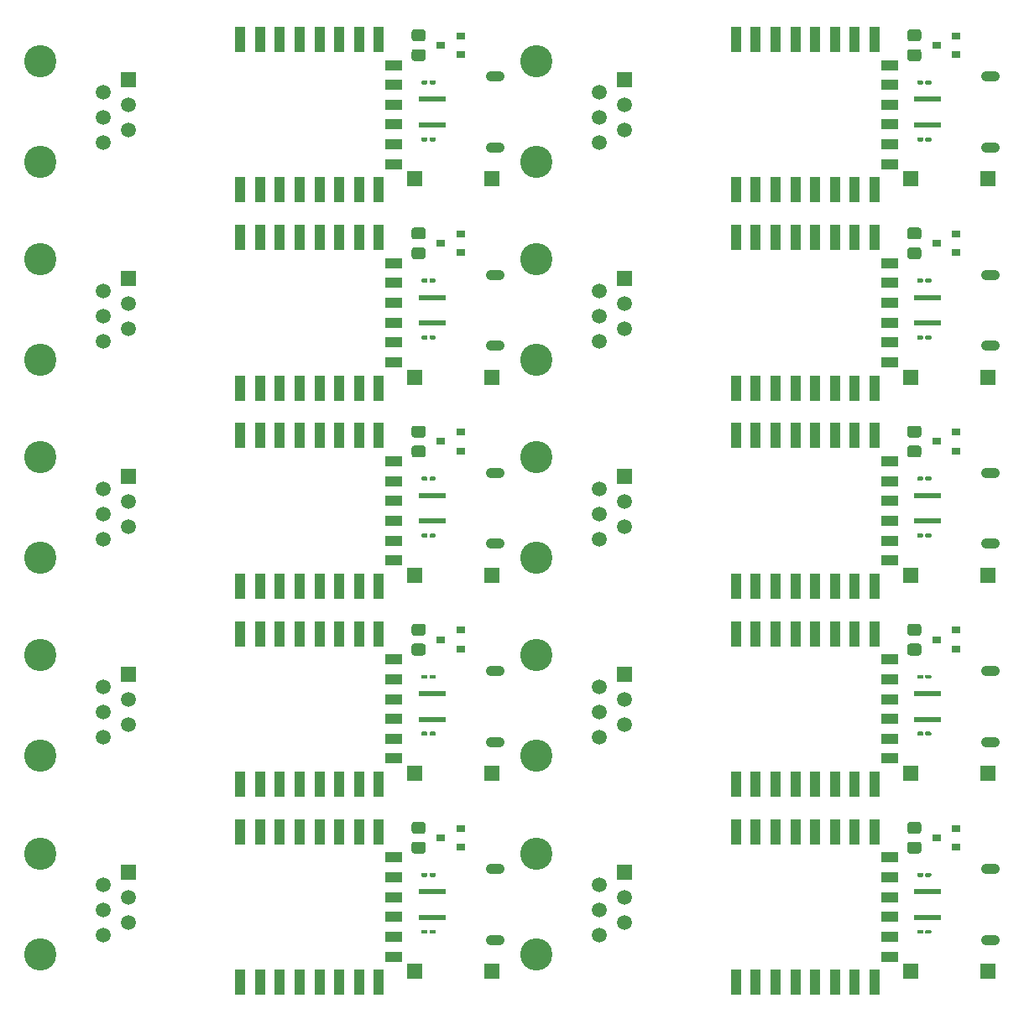
<source format=gbr>
%TF.GenerationSoftware,KiCad,Pcbnew,(5.1.9)-1*%
%TF.CreationDate,2021-09-18T19:38:26+02:00*%
%TF.ProjectId,IM350_AM550_5V_V4.0_multi,494d3335-305f-4414-9d35-35305f35565f,rev?*%
%TF.SameCoordinates,Original*%
%TF.FileFunction,Soldermask,Top*%
%TF.FilePolarity,Negative*%
%FSLAX46Y46*%
G04 Gerber Fmt 4.6, Leading zero omitted, Abs format (unit mm)*
G04 Created by KiCad (PCBNEW (5.1.9)-1) date 2021-09-18 19:38:26*
%MOMM*%
%LPD*%
G01*
G04 APERTURE LIST*
%ADD10R,0.900000X0.800000*%
%ADD11R,1.500000X1.500000*%
%ADD12R,1.000000X2.500000*%
%ADD13R,1.800000X1.000000*%
%ADD14R,1.520000X1.520000*%
%ADD15C,3.250000*%
%ADD16C,1.520000*%
%ADD17O,1.900000X1.050000*%
%ADD18R,2.800000X0.600000*%
G04 APERTURE END LIST*
D10*
%TO.C,Q1*%
X163000000Y-123250000D03*
X165000000Y-122300000D03*
X165000000Y-124200000D03*
%TD*%
%TO.C,R4*%
G36*
G01*
X111200001Y-124850000D02*
X110299999Y-124850000D01*
G75*
G02*
X110050000Y-124600001I0J249999D01*
G01*
X110050000Y-123899999D01*
G75*
G02*
X110299999Y-123650000I249999J0D01*
G01*
X111200001Y-123650000D01*
G75*
G02*
X111450000Y-123899999I0J-249999D01*
G01*
X111450000Y-124600001D01*
G75*
G02*
X111200001Y-124850000I-249999J0D01*
G01*
G37*
G36*
G01*
X111200001Y-122850000D02*
X110299999Y-122850000D01*
G75*
G02*
X110050000Y-122600001I0J249999D01*
G01*
X110050000Y-121899999D01*
G75*
G02*
X110299999Y-121650000I249999J0D01*
G01*
X111200001Y-121650000D01*
G75*
G02*
X111450000Y-121899999I0J-249999D01*
G01*
X111450000Y-122600001D01*
G75*
G02*
X111200001Y-122850000I-249999J0D01*
G01*
G37*
%TD*%
D11*
%TO.C,SW1*%
X118150000Y-136750000D03*
X110350000Y-136750000D03*
%TD*%
D12*
%TO.C,U2*%
X142750000Y-122650000D03*
X144750000Y-122650000D03*
X146750000Y-122650000D03*
X148750000Y-122650000D03*
X150750000Y-122650000D03*
X152750000Y-122650000D03*
X154750000Y-122650000D03*
X156750000Y-122650000D03*
D13*
X158250000Y-125250000D03*
X158250000Y-127250000D03*
X158250000Y-129250000D03*
X158250000Y-131250000D03*
X158250000Y-133250000D03*
X158250000Y-135250000D03*
D12*
X156750000Y-137850000D03*
X154750000Y-137850000D03*
X152750000Y-137850000D03*
X150750000Y-137850000D03*
X148750000Y-137850000D03*
X146750000Y-137850000D03*
X144750000Y-137850000D03*
X142750000Y-137850000D03*
%TD*%
D14*
%TO.C,J2*%
X81500000Y-126750000D03*
D15*
X72610000Y-124840000D03*
D16*
X78960000Y-128020000D03*
X81500000Y-129290000D03*
X78960000Y-130560000D03*
X81500000Y-131830000D03*
X78960000Y-133100000D03*
D15*
X72610000Y-135000000D03*
%TD*%
D11*
%TO.C,SW1*%
X160350000Y-136750000D03*
X168150000Y-136750000D03*
%TD*%
%TO.C,P4*%
G36*
G01*
X161025000Y-132850000D02*
X161025000Y-132650000D01*
G75*
G02*
X161125000Y-132550000I100000J0D01*
G01*
X161560000Y-132550000D01*
G75*
G02*
X161660000Y-132650000I0J-100000D01*
G01*
X161660000Y-132850000D01*
G75*
G02*
X161560000Y-132950000I-100000J0D01*
G01*
X161125000Y-132950000D01*
G75*
G02*
X161025000Y-132850000I0J100000D01*
G01*
G37*
G36*
G01*
X161840000Y-132850000D02*
X161840000Y-132650000D01*
G75*
G02*
X161940000Y-132550000I100000J0D01*
G01*
X162375000Y-132550000D01*
G75*
G02*
X162475000Y-132650000I0J-100000D01*
G01*
X162475000Y-132850000D01*
G75*
G02*
X162375000Y-132950000I-100000J0D01*
G01*
X161940000Y-132950000D01*
G75*
G02*
X161840000Y-132850000I0J100000D01*
G01*
G37*
%TD*%
%TO.C,R4*%
G36*
G01*
X161200001Y-122850000D02*
X160299999Y-122850000D01*
G75*
G02*
X160050000Y-122600001I0J249999D01*
G01*
X160050000Y-121899999D01*
G75*
G02*
X160299999Y-121650000I249999J0D01*
G01*
X161200001Y-121650000D01*
G75*
G02*
X161450000Y-121899999I0J-249999D01*
G01*
X161450000Y-122600001D01*
G75*
G02*
X161200001Y-122850000I-249999J0D01*
G01*
G37*
G36*
G01*
X161200001Y-124850000D02*
X160299999Y-124850000D01*
G75*
G02*
X160050000Y-124600001I0J249999D01*
G01*
X160050000Y-123899999D01*
G75*
G02*
X160299999Y-123650000I249999J0D01*
G01*
X161200001Y-123650000D01*
G75*
G02*
X161450000Y-123899999I0J-249999D01*
G01*
X161450000Y-124600001D01*
G75*
G02*
X161200001Y-124850000I-249999J0D01*
G01*
G37*
%TD*%
D15*
%TO.C,J2*%
X122610000Y-135000000D03*
D16*
X128960000Y-133100000D03*
X131500000Y-131830000D03*
X128960000Y-130560000D03*
X131500000Y-129290000D03*
X128960000Y-128020000D03*
D15*
X122610000Y-124840000D03*
D14*
X131500000Y-126750000D03*
%TD*%
D10*
%TO.C,Q1*%
X115000000Y-124200000D03*
X115000000Y-122300000D03*
X113000000Y-123250000D03*
%TD*%
D12*
%TO.C,U2*%
X92750000Y-137850000D03*
X94750000Y-137850000D03*
X96750000Y-137850000D03*
X98750000Y-137850000D03*
X100750000Y-137850000D03*
X102750000Y-137850000D03*
X104750000Y-137850000D03*
X106750000Y-137850000D03*
D13*
X108250000Y-135250000D03*
X108250000Y-133250000D03*
X108250000Y-131250000D03*
X108250000Y-129250000D03*
X108250000Y-127250000D03*
X108250000Y-125250000D03*
D12*
X106750000Y-122650000D03*
X104750000Y-122650000D03*
X102750000Y-122650000D03*
X100750000Y-122650000D03*
X98750000Y-122650000D03*
X96750000Y-122650000D03*
X94750000Y-122650000D03*
X92750000Y-122650000D03*
%TD*%
D17*
%TO.C,J1*%
X118450000Y-126425000D03*
X118450000Y-133575000D03*
D18*
X112100000Y-128700000D03*
X112100000Y-131300000D03*
%TD*%
%TO.C,P4*%
G36*
G01*
X111840000Y-132850000D02*
X111840000Y-132650000D01*
G75*
G02*
X111940000Y-132550000I100000J0D01*
G01*
X112375000Y-132550000D01*
G75*
G02*
X112475000Y-132650000I0J-100000D01*
G01*
X112475000Y-132850000D01*
G75*
G02*
X112375000Y-132950000I-100000J0D01*
G01*
X111940000Y-132950000D01*
G75*
G02*
X111840000Y-132850000I0J100000D01*
G01*
G37*
G36*
G01*
X111025000Y-132850000D02*
X111025000Y-132650000D01*
G75*
G02*
X111125000Y-132550000I100000J0D01*
G01*
X111560000Y-132550000D01*
G75*
G02*
X111660000Y-132650000I0J-100000D01*
G01*
X111660000Y-132850000D01*
G75*
G02*
X111560000Y-132950000I-100000J0D01*
G01*
X111125000Y-132950000D01*
G75*
G02*
X111025000Y-132850000I0J100000D01*
G01*
G37*
%TD*%
%TO.C,J1*%
X162100000Y-131300000D03*
X162100000Y-128700000D03*
D17*
X168450000Y-133575000D03*
X168450000Y-126425000D03*
%TD*%
%TO.C,P3*%
G36*
G01*
X161840000Y-127100000D02*
X161840000Y-126900000D01*
G75*
G02*
X161940000Y-126800000I100000J0D01*
G01*
X162375000Y-126800000D01*
G75*
G02*
X162475000Y-126900000I0J-100000D01*
G01*
X162475000Y-127100000D01*
G75*
G02*
X162375000Y-127200000I-100000J0D01*
G01*
X161940000Y-127200000D01*
G75*
G02*
X161840000Y-127100000I0J100000D01*
G01*
G37*
G36*
G01*
X161025000Y-127100000D02*
X161025000Y-126900000D01*
G75*
G02*
X161125000Y-126800000I100000J0D01*
G01*
X161560000Y-126800000D01*
G75*
G02*
X161660000Y-126900000I0J-100000D01*
G01*
X161660000Y-127100000D01*
G75*
G02*
X161560000Y-127200000I-100000J0D01*
G01*
X161125000Y-127200000D01*
G75*
G02*
X161025000Y-127100000I0J100000D01*
G01*
G37*
%TD*%
%TO.C,P3*%
G36*
G01*
X111025000Y-127100000D02*
X111025000Y-126900000D01*
G75*
G02*
X111125000Y-126800000I100000J0D01*
G01*
X111560000Y-126800000D01*
G75*
G02*
X111660000Y-126900000I0J-100000D01*
G01*
X111660000Y-127100000D01*
G75*
G02*
X111560000Y-127200000I-100000J0D01*
G01*
X111125000Y-127200000D01*
G75*
G02*
X111025000Y-127100000I0J100000D01*
G01*
G37*
G36*
G01*
X111840000Y-127100000D02*
X111840000Y-126900000D01*
G75*
G02*
X111940000Y-126800000I100000J0D01*
G01*
X112375000Y-126800000D01*
G75*
G02*
X112475000Y-126900000I0J-100000D01*
G01*
X112475000Y-127100000D01*
G75*
G02*
X112375000Y-127200000I-100000J0D01*
G01*
X111940000Y-127200000D01*
G75*
G02*
X111840000Y-127100000I0J100000D01*
G01*
G37*
%TD*%
%TO.C,P3*%
G36*
G01*
X111840000Y-107100000D02*
X111840000Y-106900000D01*
G75*
G02*
X111940000Y-106800000I100000J0D01*
G01*
X112375000Y-106800000D01*
G75*
G02*
X112475000Y-106900000I0J-100000D01*
G01*
X112475000Y-107100000D01*
G75*
G02*
X112375000Y-107200000I-100000J0D01*
G01*
X111940000Y-107200000D01*
G75*
G02*
X111840000Y-107100000I0J100000D01*
G01*
G37*
G36*
G01*
X111025000Y-107100000D02*
X111025000Y-106900000D01*
G75*
G02*
X111125000Y-106800000I100000J0D01*
G01*
X111560000Y-106800000D01*
G75*
G02*
X111660000Y-106900000I0J-100000D01*
G01*
X111660000Y-107100000D01*
G75*
G02*
X111560000Y-107200000I-100000J0D01*
G01*
X111125000Y-107200000D01*
G75*
G02*
X111025000Y-107100000I0J100000D01*
G01*
G37*
%TD*%
D12*
%TO.C,U2*%
X92750000Y-102650000D03*
X94750000Y-102650000D03*
X96750000Y-102650000D03*
X98750000Y-102650000D03*
X100750000Y-102650000D03*
X102750000Y-102650000D03*
X104750000Y-102650000D03*
X106750000Y-102650000D03*
D13*
X108250000Y-105250000D03*
X108250000Y-107250000D03*
X108250000Y-109250000D03*
X108250000Y-111250000D03*
X108250000Y-113250000D03*
X108250000Y-115250000D03*
D12*
X106750000Y-117850000D03*
X104750000Y-117850000D03*
X102750000Y-117850000D03*
X100750000Y-117850000D03*
X98750000Y-117850000D03*
X96750000Y-117850000D03*
X94750000Y-117850000D03*
X92750000Y-117850000D03*
%TD*%
D14*
%TO.C,J2*%
X131500000Y-106750000D03*
D15*
X122610000Y-104840000D03*
D16*
X128960000Y-108020000D03*
X131500000Y-109290000D03*
X128960000Y-110560000D03*
X131500000Y-111830000D03*
X128960000Y-113100000D03*
D15*
X122610000Y-115000000D03*
%TD*%
%TO.C,P3*%
G36*
G01*
X161025000Y-107100000D02*
X161025000Y-106900000D01*
G75*
G02*
X161125000Y-106800000I100000J0D01*
G01*
X161560000Y-106800000D01*
G75*
G02*
X161660000Y-106900000I0J-100000D01*
G01*
X161660000Y-107100000D01*
G75*
G02*
X161560000Y-107200000I-100000J0D01*
G01*
X161125000Y-107200000D01*
G75*
G02*
X161025000Y-107100000I0J100000D01*
G01*
G37*
G36*
G01*
X161840000Y-107100000D02*
X161840000Y-106900000D01*
G75*
G02*
X161940000Y-106800000I100000J0D01*
G01*
X162375000Y-106800000D01*
G75*
G02*
X162475000Y-106900000I0J-100000D01*
G01*
X162475000Y-107100000D01*
G75*
G02*
X162375000Y-107200000I-100000J0D01*
G01*
X161940000Y-107200000D01*
G75*
G02*
X161840000Y-107100000I0J100000D01*
G01*
G37*
%TD*%
%TO.C,P4*%
G36*
G01*
X111025000Y-112850000D02*
X111025000Y-112650000D01*
G75*
G02*
X111125000Y-112550000I100000J0D01*
G01*
X111560000Y-112550000D01*
G75*
G02*
X111660000Y-112650000I0J-100000D01*
G01*
X111660000Y-112850000D01*
G75*
G02*
X111560000Y-112950000I-100000J0D01*
G01*
X111125000Y-112950000D01*
G75*
G02*
X111025000Y-112850000I0J100000D01*
G01*
G37*
G36*
G01*
X111840000Y-112850000D02*
X111840000Y-112650000D01*
G75*
G02*
X111940000Y-112550000I100000J0D01*
G01*
X112375000Y-112550000D01*
G75*
G02*
X112475000Y-112650000I0J-100000D01*
G01*
X112475000Y-112850000D01*
G75*
G02*
X112375000Y-112950000I-100000J0D01*
G01*
X111940000Y-112950000D01*
G75*
G02*
X111840000Y-112850000I0J100000D01*
G01*
G37*
%TD*%
D17*
%TO.C,J1*%
X168450000Y-106425000D03*
X168450000Y-113575000D03*
D18*
X162100000Y-108700000D03*
X162100000Y-111300000D03*
%TD*%
D10*
%TO.C,Q1*%
X113000000Y-103250000D03*
X115000000Y-102300000D03*
X115000000Y-104200000D03*
%TD*%
D18*
%TO.C,J1*%
X112100000Y-111300000D03*
X112100000Y-108700000D03*
D17*
X118450000Y-113575000D03*
X118450000Y-106425000D03*
%TD*%
D15*
%TO.C,J2*%
X72610000Y-115000000D03*
D16*
X78960000Y-113100000D03*
X81500000Y-111830000D03*
X78960000Y-110560000D03*
X81500000Y-109290000D03*
X78960000Y-108020000D03*
D15*
X72610000Y-104840000D03*
D14*
X81500000Y-106750000D03*
%TD*%
D11*
%TO.C,SW1*%
X110350000Y-116750000D03*
X118150000Y-116750000D03*
%TD*%
%TO.C,R4*%
G36*
G01*
X111200001Y-102850000D02*
X110299999Y-102850000D01*
G75*
G02*
X110050000Y-102600001I0J249999D01*
G01*
X110050000Y-101899999D01*
G75*
G02*
X110299999Y-101650000I249999J0D01*
G01*
X111200001Y-101650000D01*
G75*
G02*
X111450000Y-101899999I0J-249999D01*
G01*
X111450000Y-102600001D01*
G75*
G02*
X111200001Y-102850000I-249999J0D01*
G01*
G37*
G36*
G01*
X111200001Y-104850000D02*
X110299999Y-104850000D01*
G75*
G02*
X110050000Y-104600001I0J249999D01*
G01*
X110050000Y-103899999D01*
G75*
G02*
X110299999Y-103650000I249999J0D01*
G01*
X111200001Y-103650000D01*
G75*
G02*
X111450000Y-103899999I0J-249999D01*
G01*
X111450000Y-104600001D01*
G75*
G02*
X111200001Y-104850000I-249999J0D01*
G01*
G37*
%TD*%
D12*
%TO.C,U2*%
X142750000Y-117850000D03*
X144750000Y-117850000D03*
X146750000Y-117850000D03*
X148750000Y-117850000D03*
X150750000Y-117850000D03*
X152750000Y-117850000D03*
X154750000Y-117850000D03*
X156750000Y-117850000D03*
D13*
X158250000Y-115250000D03*
X158250000Y-113250000D03*
X158250000Y-111250000D03*
X158250000Y-109250000D03*
X158250000Y-107250000D03*
X158250000Y-105250000D03*
D12*
X156750000Y-102650000D03*
X154750000Y-102650000D03*
X152750000Y-102650000D03*
X150750000Y-102650000D03*
X148750000Y-102650000D03*
X146750000Y-102650000D03*
X144750000Y-102650000D03*
X142750000Y-102650000D03*
%TD*%
%TO.C,P4*%
G36*
G01*
X161840000Y-112850000D02*
X161840000Y-112650000D01*
G75*
G02*
X161940000Y-112550000I100000J0D01*
G01*
X162375000Y-112550000D01*
G75*
G02*
X162475000Y-112650000I0J-100000D01*
G01*
X162475000Y-112850000D01*
G75*
G02*
X162375000Y-112950000I-100000J0D01*
G01*
X161940000Y-112950000D01*
G75*
G02*
X161840000Y-112850000I0J100000D01*
G01*
G37*
G36*
G01*
X161025000Y-112850000D02*
X161025000Y-112650000D01*
G75*
G02*
X161125000Y-112550000I100000J0D01*
G01*
X161560000Y-112550000D01*
G75*
G02*
X161660000Y-112650000I0J-100000D01*
G01*
X161660000Y-112850000D01*
G75*
G02*
X161560000Y-112950000I-100000J0D01*
G01*
X161125000Y-112950000D01*
G75*
G02*
X161025000Y-112850000I0J100000D01*
G01*
G37*
%TD*%
D11*
%TO.C,SW1*%
X168150000Y-116750000D03*
X160350000Y-116750000D03*
%TD*%
D10*
%TO.C,Q1*%
X165000000Y-104200000D03*
X165000000Y-102300000D03*
X163000000Y-103250000D03*
%TD*%
%TO.C,R4*%
G36*
G01*
X161200001Y-104850000D02*
X160299999Y-104850000D01*
G75*
G02*
X160050000Y-104600001I0J249999D01*
G01*
X160050000Y-103899999D01*
G75*
G02*
X160299999Y-103650000I249999J0D01*
G01*
X161200001Y-103650000D01*
G75*
G02*
X161450000Y-103899999I0J-249999D01*
G01*
X161450000Y-104600001D01*
G75*
G02*
X161200001Y-104850000I-249999J0D01*
G01*
G37*
G36*
G01*
X161200001Y-102850000D02*
X160299999Y-102850000D01*
G75*
G02*
X160050000Y-102600001I0J249999D01*
G01*
X160050000Y-101899999D01*
G75*
G02*
X160299999Y-101650000I249999J0D01*
G01*
X161200001Y-101650000D01*
G75*
G02*
X161450000Y-101899999I0J-249999D01*
G01*
X161450000Y-102600001D01*
G75*
G02*
X161200001Y-102850000I-249999J0D01*
G01*
G37*
%TD*%
D12*
%TO.C,U2*%
X92750000Y-97850000D03*
X94750000Y-97850000D03*
X96750000Y-97850000D03*
X98750000Y-97850000D03*
X100750000Y-97850000D03*
X102750000Y-97850000D03*
X104750000Y-97850000D03*
X106750000Y-97850000D03*
D13*
X108250000Y-95250000D03*
X108250000Y-93250000D03*
X108250000Y-91250000D03*
X108250000Y-89250000D03*
X108250000Y-87250000D03*
X108250000Y-85250000D03*
D12*
X106750000Y-82650000D03*
X104750000Y-82650000D03*
X102750000Y-82650000D03*
X100750000Y-82650000D03*
X98750000Y-82650000D03*
X96750000Y-82650000D03*
X94750000Y-82650000D03*
X92750000Y-82650000D03*
%TD*%
%TO.C,P3*%
G36*
G01*
X111025000Y-87100000D02*
X111025000Y-86900000D01*
G75*
G02*
X111125000Y-86800000I100000J0D01*
G01*
X111560000Y-86800000D01*
G75*
G02*
X111660000Y-86900000I0J-100000D01*
G01*
X111660000Y-87100000D01*
G75*
G02*
X111560000Y-87200000I-100000J0D01*
G01*
X111125000Y-87200000D01*
G75*
G02*
X111025000Y-87100000I0J100000D01*
G01*
G37*
G36*
G01*
X111840000Y-87100000D02*
X111840000Y-86900000D01*
G75*
G02*
X111940000Y-86800000I100000J0D01*
G01*
X112375000Y-86800000D01*
G75*
G02*
X112475000Y-86900000I0J-100000D01*
G01*
X112475000Y-87100000D01*
G75*
G02*
X112375000Y-87200000I-100000J0D01*
G01*
X111940000Y-87200000D01*
G75*
G02*
X111840000Y-87100000I0J100000D01*
G01*
G37*
%TD*%
D10*
%TO.C,Q1*%
X115000000Y-84200000D03*
X115000000Y-82300000D03*
X113000000Y-83250000D03*
%TD*%
%TO.C,R4*%
G36*
G01*
X111200001Y-84850000D02*
X110299999Y-84850000D01*
G75*
G02*
X110050000Y-84600001I0J249999D01*
G01*
X110050000Y-83899999D01*
G75*
G02*
X110299999Y-83650000I249999J0D01*
G01*
X111200001Y-83650000D01*
G75*
G02*
X111450000Y-83899999I0J-249999D01*
G01*
X111450000Y-84600001D01*
G75*
G02*
X111200001Y-84850000I-249999J0D01*
G01*
G37*
G36*
G01*
X111200001Y-82850000D02*
X110299999Y-82850000D01*
G75*
G02*
X110050000Y-82600001I0J249999D01*
G01*
X110050000Y-81899999D01*
G75*
G02*
X110299999Y-81650000I249999J0D01*
G01*
X111200001Y-81650000D01*
G75*
G02*
X111450000Y-81899999I0J-249999D01*
G01*
X111450000Y-82600001D01*
G75*
G02*
X111200001Y-82850000I-249999J0D01*
G01*
G37*
%TD*%
D15*
%TO.C,J2*%
X122610000Y-95000000D03*
D16*
X128960000Y-93100000D03*
X131500000Y-91830000D03*
X128960000Y-90560000D03*
X131500000Y-89290000D03*
X128960000Y-88020000D03*
D15*
X122610000Y-84840000D03*
D14*
X131500000Y-86750000D03*
%TD*%
%TO.C,P4*%
G36*
G01*
X111840000Y-92850000D02*
X111840000Y-92650000D01*
G75*
G02*
X111940000Y-92550000I100000J0D01*
G01*
X112375000Y-92550000D01*
G75*
G02*
X112475000Y-92650000I0J-100000D01*
G01*
X112475000Y-92850000D01*
G75*
G02*
X112375000Y-92950000I-100000J0D01*
G01*
X111940000Y-92950000D01*
G75*
G02*
X111840000Y-92850000I0J100000D01*
G01*
G37*
G36*
G01*
X111025000Y-92850000D02*
X111025000Y-92650000D01*
G75*
G02*
X111125000Y-92550000I100000J0D01*
G01*
X111560000Y-92550000D01*
G75*
G02*
X111660000Y-92650000I0J-100000D01*
G01*
X111660000Y-92850000D01*
G75*
G02*
X111560000Y-92950000I-100000J0D01*
G01*
X111125000Y-92950000D01*
G75*
G02*
X111025000Y-92850000I0J100000D01*
G01*
G37*
%TD*%
D18*
%TO.C,J1*%
X162100000Y-91300000D03*
X162100000Y-88700000D03*
D17*
X168450000Y-93575000D03*
X168450000Y-86425000D03*
%TD*%
%TO.C,J1*%
X118450000Y-86425000D03*
X118450000Y-93575000D03*
D18*
X112100000Y-88700000D03*
X112100000Y-91300000D03*
%TD*%
%TO.C,P3*%
G36*
G01*
X161840000Y-87100000D02*
X161840000Y-86900000D01*
G75*
G02*
X161940000Y-86800000I100000J0D01*
G01*
X162375000Y-86800000D01*
G75*
G02*
X162475000Y-86900000I0J-100000D01*
G01*
X162475000Y-87100000D01*
G75*
G02*
X162375000Y-87200000I-100000J0D01*
G01*
X161940000Y-87200000D01*
G75*
G02*
X161840000Y-87100000I0J100000D01*
G01*
G37*
G36*
G01*
X161025000Y-87100000D02*
X161025000Y-86900000D01*
G75*
G02*
X161125000Y-86800000I100000J0D01*
G01*
X161560000Y-86800000D01*
G75*
G02*
X161660000Y-86900000I0J-100000D01*
G01*
X161660000Y-87100000D01*
G75*
G02*
X161560000Y-87200000I-100000J0D01*
G01*
X161125000Y-87200000D01*
G75*
G02*
X161025000Y-87100000I0J100000D01*
G01*
G37*
%TD*%
D14*
%TO.C,J2*%
X81500000Y-86750000D03*
D15*
X72610000Y-84840000D03*
D16*
X78960000Y-88020000D03*
X81500000Y-89290000D03*
X78960000Y-90560000D03*
X81500000Y-91830000D03*
X78960000Y-93100000D03*
D15*
X72610000Y-95000000D03*
%TD*%
D11*
%TO.C,SW1*%
X118150000Y-96750000D03*
X110350000Y-96750000D03*
%TD*%
D12*
%TO.C,U2*%
X142750000Y-82650000D03*
X144750000Y-82650000D03*
X146750000Y-82650000D03*
X148750000Y-82650000D03*
X150750000Y-82650000D03*
X152750000Y-82650000D03*
X154750000Y-82650000D03*
X156750000Y-82650000D03*
D13*
X158250000Y-85250000D03*
X158250000Y-87250000D03*
X158250000Y-89250000D03*
X158250000Y-91250000D03*
X158250000Y-93250000D03*
X158250000Y-95250000D03*
D12*
X156750000Y-97850000D03*
X154750000Y-97850000D03*
X152750000Y-97850000D03*
X150750000Y-97850000D03*
X148750000Y-97850000D03*
X146750000Y-97850000D03*
X144750000Y-97850000D03*
X142750000Y-97850000D03*
%TD*%
%TO.C,P4*%
G36*
G01*
X161025000Y-92850000D02*
X161025000Y-92650000D01*
G75*
G02*
X161125000Y-92550000I100000J0D01*
G01*
X161560000Y-92550000D01*
G75*
G02*
X161660000Y-92650000I0J-100000D01*
G01*
X161660000Y-92850000D01*
G75*
G02*
X161560000Y-92950000I-100000J0D01*
G01*
X161125000Y-92950000D01*
G75*
G02*
X161025000Y-92850000I0J100000D01*
G01*
G37*
G36*
G01*
X161840000Y-92850000D02*
X161840000Y-92650000D01*
G75*
G02*
X161940000Y-92550000I100000J0D01*
G01*
X162375000Y-92550000D01*
G75*
G02*
X162475000Y-92650000I0J-100000D01*
G01*
X162475000Y-92850000D01*
G75*
G02*
X162375000Y-92950000I-100000J0D01*
G01*
X161940000Y-92950000D01*
G75*
G02*
X161840000Y-92850000I0J100000D01*
G01*
G37*
%TD*%
D11*
%TO.C,SW1*%
X160350000Y-96750000D03*
X168150000Y-96750000D03*
%TD*%
D10*
%TO.C,Q1*%
X163000000Y-83250000D03*
X165000000Y-82300000D03*
X165000000Y-84200000D03*
%TD*%
%TO.C,R4*%
G36*
G01*
X161200001Y-82850000D02*
X160299999Y-82850000D01*
G75*
G02*
X160050000Y-82600001I0J249999D01*
G01*
X160050000Y-81899999D01*
G75*
G02*
X160299999Y-81650000I249999J0D01*
G01*
X161200001Y-81650000D01*
G75*
G02*
X161450000Y-81899999I0J-249999D01*
G01*
X161450000Y-82600001D01*
G75*
G02*
X161200001Y-82850000I-249999J0D01*
G01*
G37*
G36*
G01*
X161200001Y-84850000D02*
X160299999Y-84850000D01*
G75*
G02*
X160050000Y-84600001I0J249999D01*
G01*
X160050000Y-83899999D01*
G75*
G02*
X160299999Y-83650000I249999J0D01*
G01*
X161200001Y-83650000D01*
G75*
G02*
X161450000Y-83899999I0J-249999D01*
G01*
X161450000Y-84600001D01*
G75*
G02*
X161200001Y-84850000I-249999J0D01*
G01*
G37*
%TD*%
%TO.C,P3*%
G36*
G01*
X111840000Y-67100000D02*
X111840000Y-66900000D01*
G75*
G02*
X111940000Y-66800000I100000J0D01*
G01*
X112375000Y-66800000D01*
G75*
G02*
X112475000Y-66900000I0J-100000D01*
G01*
X112475000Y-67100000D01*
G75*
G02*
X112375000Y-67200000I-100000J0D01*
G01*
X111940000Y-67200000D01*
G75*
G02*
X111840000Y-67100000I0J100000D01*
G01*
G37*
G36*
G01*
X111025000Y-67100000D02*
X111025000Y-66900000D01*
G75*
G02*
X111125000Y-66800000I100000J0D01*
G01*
X111560000Y-66800000D01*
G75*
G02*
X111660000Y-66900000I0J-100000D01*
G01*
X111660000Y-67100000D01*
G75*
G02*
X111560000Y-67200000I-100000J0D01*
G01*
X111125000Y-67200000D01*
G75*
G02*
X111025000Y-67100000I0J100000D01*
G01*
G37*
%TD*%
D18*
%TO.C,J1*%
X112100000Y-71300000D03*
X112100000Y-68700000D03*
D17*
X118450000Y-73575000D03*
X118450000Y-66425000D03*
%TD*%
%TO.C,R4*%
G36*
G01*
X111200001Y-62850000D02*
X110299999Y-62850000D01*
G75*
G02*
X110050000Y-62600001I0J249999D01*
G01*
X110050000Y-61899999D01*
G75*
G02*
X110299999Y-61650000I249999J0D01*
G01*
X111200001Y-61650000D01*
G75*
G02*
X111450000Y-61899999I0J-249999D01*
G01*
X111450000Y-62600001D01*
G75*
G02*
X111200001Y-62850000I-249999J0D01*
G01*
G37*
G36*
G01*
X111200001Y-64850000D02*
X110299999Y-64850000D01*
G75*
G02*
X110050000Y-64600001I0J249999D01*
G01*
X110050000Y-63899999D01*
G75*
G02*
X110299999Y-63650000I249999J0D01*
G01*
X111200001Y-63650000D01*
G75*
G02*
X111450000Y-63899999I0J-249999D01*
G01*
X111450000Y-64600001D01*
G75*
G02*
X111200001Y-64850000I-249999J0D01*
G01*
G37*
%TD*%
D11*
%TO.C,SW1*%
X110350000Y-76750000D03*
X118150000Y-76750000D03*
%TD*%
D15*
%TO.C,J2*%
X72610000Y-75000000D03*
D16*
X78960000Y-73100000D03*
X81500000Y-71830000D03*
X78960000Y-70560000D03*
X81500000Y-69290000D03*
X78960000Y-68020000D03*
D15*
X72610000Y-64840000D03*
D14*
X81500000Y-66750000D03*
%TD*%
D12*
%TO.C,U2*%
X92750000Y-62650000D03*
X94750000Y-62650000D03*
X96750000Y-62650000D03*
X98750000Y-62650000D03*
X100750000Y-62650000D03*
X102750000Y-62650000D03*
X104750000Y-62650000D03*
X106750000Y-62650000D03*
D13*
X108250000Y-65250000D03*
X108250000Y-67250000D03*
X108250000Y-69250000D03*
X108250000Y-71250000D03*
X108250000Y-73250000D03*
X108250000Y-75250000D03*
D12*
X106750000Y-77850000D03*
X104750000Y-77850000D03*
X102750000Y-77850000D03*
X100750000Y-77850000D03*
X98750000Y-77850000D03*
X96750000Y-77850000D03*
X94750000Y-77850000D03*
X92750000Y-77850000D03*
%TD*%
%TO.C,P4*%
G36*
G01*
X111025000Y-72850000D02*
X111025000Y-72650000D01*
G75*
G02*
X111125000Y-72550000I100000J0D01*
G01*
X111560000Y-72550000D01*
G75*
G02*
X111660000Y-72650000I0J-100000D01*
G01*
X111660000Y-72850000D01*
G75*
G02*
X111560000Y-72950000I-100000J0D01*
G01*
X111125000Y-72950000D01*
G75*
G02*
X111025000Y-72850000I0J100000D01*
G01*
G37*
G36*
G01*
X111840000Y-72850000D02*
X111840000Y-72650000D01*
G75*
G02*
X111940000Y-72550000I100000J0D01*
G01*
X112375000Y-72550000D01*
G75*
G02*
X112475000Y-72650000I0J-100000D01*
G01*
X112475000Y-72850000D01*
G75*
G02*
X112375000Y-72950000I-100000J0D01*
G01*
X111940000Y-72950000D01*
G75*
G02*
X111840000Y-72850000I0J100000D01*
G01*
G37*
%TD*%
D10*
%TO.C,Q1*%
X113000000Y-63250000D03*
X115000000Y-62300000D03*
X115000000Y-64200000D03*
%TD*%
%TO.C,P3*%
G36*
G01*
X161025000Y-67100000D02*
X161025000Y-66900000D01*
G75*
G02*
X161125000Y-66800000I100000J0D01*
G01*
X161560000Y-66800000D01*
G75*
G02*
X161660000Y-66900000I0J-100000D01*
G01*
X161660000Y-67100000D01*
G75*
G02*
X161560000Y-67200000I-100000J0D01*
G01*
X161125000Y-67200000D01*
G75*
G02*
X161025000Y-67100000I0J100000D01*
G01*
G37*
G36*
G01*
X161840000Y-67100000D02*
X161840000Y-66900000D01*
G75*
G02*
X161940000Y-66800000I100000J0D01*
G01*
X162375000Y-66800000D01*
G75*
G02*
X162475000Y-66900000I0J-100000D01*
G01*
X162475000Y-67100000D01*
G75*
G02*
X162375000Y-67200000I-100000J0D01*
G01*
X161940000Y-67200000D01*
G75*
G02*
X161840000Y-67100000I0J100000D01*
G01*
G37*
%TD*%
D14*
%TO.C,J2*%
X131500000Y-66750000D03*
D15*
X122610000Y-64840000D03*
D16*
X128960000Y-68020000D03*
X131500000Y-69290000D03*
X128960000Y-70560000D03*
X131500000Y-71830000D03*
X128960000Y-73100000D03*
D15*
X122610000Y-75000000D03*
%TD*%
D17*
%TO.C,J1*%
X168450000Y-66425000D03*
X168450000Y-73575000D03*
D18*
X162100000Y-68700000D03*
X162100000Y-71300000D03*
%TD*%
%TO.C,P4*%
G36*
G01*
X161840000Y-72850000D02*
X161840000Y-72650000D01*
G75*
G02*
X161940000Y-72550000I100000J0D01*
G01*
X162375000Y-72550000D01*
G75*
G02*
X162475000Y-72650000I0J-100000D01*
G01*
X162475000Y-72850000D01*
G75*
G02*
X162375000Y-72950000I-100000J0D01*
G01*
X161940000Y-72950000D01*
G75*
G02*
X161840000Y-72850000I0J100000D01*
G01*
G37*
G36*
G01*
X161025000Y-72850000D02*
X161025000Y-72650000D01*
G75*
G02*
X161125000Y-72550000I100000J0D01*
G01*
X161560000Y-72550000D01*
G75*
G02*
X161660000Y-72650000I0J-100000D01*
G01*
X161660000Y-72850000D01*
G75*
G02*
X161560000Y-72950000I-100000J0D01*
G01*
X161125000Y-72950000D01*
G75*
G02*
X161025000Y-72850000I0J100000D01*
G01*
G37*
%TD*%
%TO.C,R4*%
G36*
G01*
X161200001Y-64850000D02*
X160299999Y-64850000D01*
G75*
G02*
X160050000Y-64600001I0J249999D01*
G01*
X160050000Y-63899999D01*
G75*
G02*
X160299999Y-63650000I249999J0D01*
G01*
X161200001Y-63650000D01*
G75*
G02*
X161450000Y-63899999I0J-249999D01*
G01*
X161450000Y-64600001D01*
G75*
G02*
X161200001Y-64850000I-249999J0D01*
G01*
G37*
G36*
G01*
X161200001Y-62850000D02*
X160299999Y-62850000D01*
G75*
G02*
X160050000Y-62600001I0J249999D01*
G01*
X160050000Y-61899999D01*
G75*
G02*
X160299999Y-61650000I249999J0D01*
G01*
X161200001Y-61650000D01*
G75*
G02*
X161450000Y-61899999I0J-249999D01*
G01*
X161450000Y-62600001D01*
G75*
G02*
X161200001Y-62850000I-249999J0D01*
G01*
G37*
%TD*%
D11*
%TO.C,SW1*%
X168150000Y-76750000D03*
X160350000Y-76750000D03*
%TD*%
D12*
%TO.C,U2*%
X142750000Y-77850000D03*
X144750000Y-77850000D03*
X146750000Y-77850000D03*
X148750000Y-77850000D03*
X150750000Y-77850000D03*
X152750000Y-77850000D03*
X154750000Y-77850000D03*
X156750000Y-77850000D03*
D13*
X158250000Y-75250000D03*
X158250000Y-73250000D03*
X158250000Y-71250000D03*
X158250000Y-69250000D03*
X158250000Y-67250000D03*
X158250000Y-65250000D03*
D12*
X156750000Y-62650000D03*
X154750000Y-62650000D03*
X152750000Y-62650000D03*
X150750000Y-62650000D03*
X148750000Y-62650000D03*
X146750000Y-62650000D03*
X144750000Y-62650000D03*
X142750000Y-62650000D03*
%TD*%
D10*
%TO.C,Q1*%
X165000000Y-64200000D03*
X165000000Y-62300000D03*
X163000000Y-63250000D03*
%TD*%
%TO.C,P3*%
G36*
G01*
X161840000Y-47100000D02*
X161840000Y-46900000D01*
G75*
G02*
X161940000Y-46800000I100000J0D01*
G01*
X162375000Y-46800000D01*
G75*
G02*
X162475000Y-46900000I0J-100000D01*
G01*
X162475000Y-47100000D01*
G75*
G02*
X162375000Y-47200000I-100000J0D01*
G01*
X161940000Y-47200000D01*
G75*
G02*
X161840000Y-47100000I0J100000D01*
G01*
G37*
G36*
G01*
X161025000Y-47100000D02*
X161025000Y-46900000D01*
G75*
G02*
X161125000Y-46800000I100000J0D01*
G01*
X161560000Y-46800000D01*
G75*
G02*
X161660000Y-46900000I0J-100000D01*
G01*
X161660000Y-47100000D01*
G75*
G02*
X161560000Y-47200000I-100000J0D01*
G01*
X161125000Y-47200000D01*
G75*
G02*
X161025000Y-47100000I0J100000D01*
G01*
G37*
%TD*%
D18*
%TO.C,J1*%
X162100000Y-51300000D03*
X162100000Y-48700000D03*
D17*
X168450000Y-53575000D03*
X168450000Y-46425000D03*
%TD*%
%TO.C,R4*%
G36*
G01*
X161200001Y-42850000D02*
X160299999Y-42850000D01*
G75*
G02*
X160050000Y-42600001I0J249999D01*
G01*
X160050000Y-41899999D01*
G75*
G02*
X160299999Y-41650000I249999J0D01*
G01*
X161200001Y-41650000D01*
G75*
G02*
X161450000Y-41899999I0J-249999D01*
G01*
X161450000Y-42600001D01*
G75*
G02*
X161200001Y-42850000I-249999J0D01*
G01*
G37*
G36*
G01*
X161200001Y-44850000D02*
X160299999Y-44850000D01*
G75*
G02*
X160050000Y-44600001I0J249999D01*
G01*
X160050000Y-43899999D01*
G75*
G02*
X160299999Y-43650000I249999J0D01*
G01*
X161200001Y-43650000D01*
G75*
G02*
X161450000Y-43899999I0J-249999D01*
G01*
X161450000Y-44600001D01*
G75*
G02*
X161200001Y-44850000I-249999J0D01*
G01*
G37*
%TD*%
D11*
%TO.C,SW1*%
X160350000Y-56750000D03*
X168150000Y-56750000D03*
%TD*%
D15*
%TO.C,J2*%
X122610000Y-55000000D03*
D16*
X128960000Y-53100000D03*
X131500000Y-51830000D03*
X128960000Y-50560000D03*
X131500000Y-49290000D03*
X128960000Y-48020000D03*
D15*
X122610000Y-44840000D03*
D14*
X131500000Y-46750000D03*
%TD*%
D12*
%TO.C,U2*%
X142750000Y-42650000D03*
X144750000Y-42650000D03*
X146750000Y-42650000D03*
X148750000Y-42650000D03*
X150750000Y-42650000D03*
X152750000Y-42650000D03*
X154750000Y-42650000D03*
X156750000Y-42650000D03*
D13*
X158250000Y-45250000D03*
X158250000Y-47250000D03*
X158250000Y-49250000D03*
X158250000Y-51250000D03*
X158250000Y-53250000D03*
X158250000Y-55250000D03*
D12*
X156750000Y-57850000D03*
X154750000Y-57850000D03*
X152750000Y-57850000D03*
X150750000Y-57850000D03*
X148750000Y-57850000D03*
X146750000Y-57850000D03*
X144750000Y-57850000D03*
X142750000Y-57850000D03*
%TD*%
%TO.C,P4*%
G36*
G01*
X161025000Y-52850000D02*
X161025000Y-52650000D01*
G75*
G02*
X161125000Y-52550000I100000J0D01*
G01*
X161560000Y-52550000D01*
G75*
G02*
X161660000Y-52650000I0J-100000D01*
G01*
X161660000Y-52850000D01*
G75*
G02*
X161560000Y-52950000I-100000J0D01*
G01*
X161125000Y-52950000D01*
G75*
G02*
X161025000Y-52850000I0J100000D01*
G01*
G37*
G36*
G01*
X161840000Y-52850000D02*
X161840000Y-52650000D01*
G75*
G02*
X161940000Y-52550000I100000J0D01*
G01*
X162375000Y-52550000D01*
G75*
G02*
X162475000Y-52650000I0J-100000D01*
G01*
X162475000Y-52850000D01*
G75*
G02*
X162375000Y-52950000I-100000J0D01*
G01*
X161940000Y-52950000D01*
G75*
G02*
X161840000Y-52850000I0J100000D01*
G01*
G37*
%TD*%
D10*
%TO.C,Q1*%
X163000000Y-43250000D03*
X165000000Y-42300000D03*
X165000000Y-44200000D03*
%TD*%
D14*
%TO.C,J2*%
X81500000Y-46750000D03*
D15*
X72610000Y-44840000D03*
D16*
X78960000Y-48020000D03*
X81500000Y-49290000D03*
X78960000Y-50560000D03*
X81500000Y-51830000D03*
X78960000Y-53100000D03*
D15*
X72610000Y-55000000D03*
%TD*%
D11*
%TO.C,SW1*%
X118150000Y-56750000D03*
X110350000Y-56750000D03*
%TD*%
D17*
%TO.C,J1*%
X118450000Y-46425000D03*
X118450000Y-53575000D03*
D18*
X112100000Y-48700000D03*
X112100000Y-51300000D03*
%TD*%
D10*
%TO.C,Q1*%
X115000000Y-44200000D03*
X115000000Y-42300000D03*
X113000000Y-43250000D03*
%TD*%
%TO.C,P3*%
G36*
G01*
X111025000Y-47100000D02*
X111025000Y-46900000D01*
G75*
G02*
X111125000Y-46800000I100000J0D01*
G01*
X111560000Y-46800000D01*
G75*
G02*
X111660000Y-46900000I0J-100000D01*
G01*
X111660000Y-47100000D01*
G75*
G02*
X111560000Y-47200000I-100000J0D01*
G01*
X111125000Y-47200000D01*
G75*
G02*
X111025000Y-47100000I0J100000D01*
G01*
G37*
G36*
G01*
X111840000Y-47100000D02*
X111840000Y-46900000D01*
G75*
G02*
X111940000Y-46800000I100000J0D01*
G01*
X112375000Y-46800000D01*
G75*
G02*
X112475000Y-46900000I0J-100000D01*
G01*
X112475000Y-47100000D01*
G75*
G02*
X112375000Y-47200000I-100000J0D01*
G01*
X111940000Y-47200000D01*
G75*
G02*
X111840000Y-47100000I0J100000D01*
G01*
G37*
%TD*%
%TO.C,P4*%
G36*
G01*
X111840000Y-52850000D02*
X111840000Y-52650000D01*
G75*
G02*
X111940000Y-52550000I100000J0D01*
G01*
X112375000Y-52550000D01*
G75*
G02*
X112475000Y-52650000I0J-100000D01*
G01*
X112475000Y-52850000D01*
G75*
G02*
X112375000Y-52950000I-100000J0D01*
G01*
X111940000Y-52950000D01*
G75*
G02*
X111840000Y-52850000I0J100000D01*
G01*
G37*
G36*
G01*
X111025000Y-52850000D02*
X111025000Y-52650000D01*
G75*
G02*
X111125000Y-52550000I100000J0D01*
G01*
X111560000Y-52550000D01*
G75*
G02*
X111660000Y-52650000I0J-100000D01*
G01*
X111660000Y-52850000D01*
G75*
G02*
X111560000Y-52950000I-100000J0D01*
G01*
X111125000Y-52950000D01*
G75*
G02*
X111025000Y-52850000I0J100000D01*
G01*
G37*
%TD*%
%TO.C,R4*%
G36*
G01*
X111200001Y-44850000D02*
X110299999Y-44850000D01*
G75*
G02*
X110050000Y-44600001I0J249999D01*
G01*
X110050000Y-43899999D01*
G75*
G02*
X110299999Y-43650000I249999J0D01*
G01*
X111200001Y-43650000D01*
G75*
G02*
X111450000Y-43899999I0J-249999D01*
G01*
X111450000Y-44600001D01*
G75*
G02*
X111200001Y-44850000I-249999J0D01*
G01*
G37*
G36*
G01*
X111200001Y-42850000D02*
X110299999Y-42850000D01*
G75*
G02*
X110050000Y-42600001I0J249999D01*
G01*
X110050000Y-41899999D01*
G75*
G02*
X110299999Y-41650000I249999J0D01*
G01*
X111200001Y-41650000D01*
G75*
G02*
X111450000Y-41899999I0J-249999D01*
G01*
X111450000Y-42600001D01*
G75*
G02*
X111200001Y-42850000I-249999J0D01*
G01*
G37*
%TD*%
D12*
%TO.C,U2*%
X92750000Y-57850000D03*
X94750000Y-57850000D03*
X96750000Y-57850000D03*
X98750000Y-57850000D03*
X100750000Y-57850000D03*
X102750000Y-57850000D03*
X104750000Y-57850000D03*
X106750000Y-57850000D03*
D13*
X108250000Y-55250000D03*
X108250000Y-53250000D03*
X108250000Y-51250000D03*
X108250000Y-49250000D03*
X108250000Y-47250000D03*
X108250000Y-45250000D03*
D12*
X106750000Y-42650000D03*
X104750000Y-42650000D03*
X102750000Y-42650000D03*
X100750000Y-42650000D03*
X98750000Y-42650000D03*
X96750000Y-42650000D03*
X94750000Y-42650000D03*
X92750000Y-42650000D03*
%TD*%
M02*

</source>
